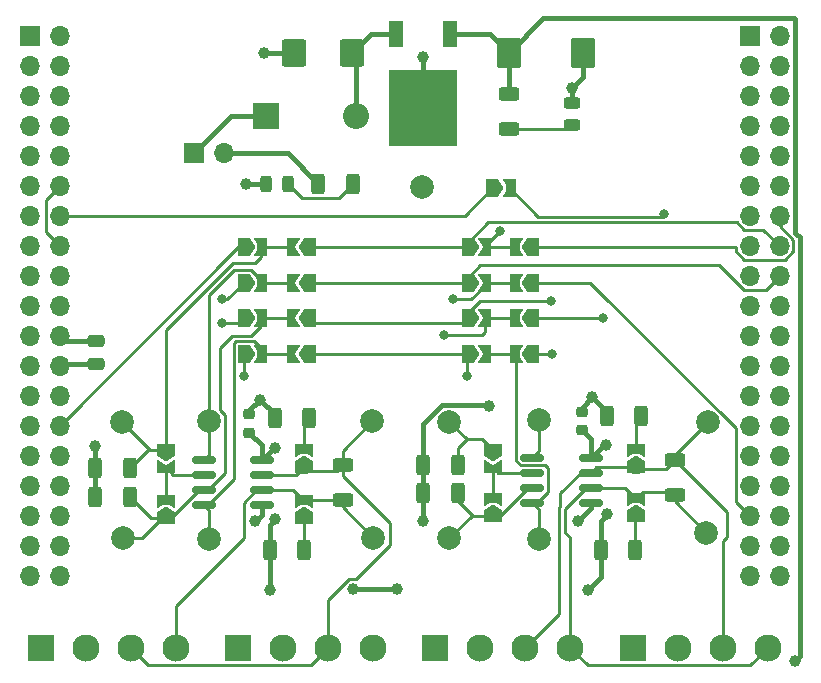
<source format=gtl>
%TF.GenerationSoftware,KiCad,Pcbnew,6.0.11-2627ca5db0~126~ubuntu22.04.1*%
%TF.CreationDate,2023-09-22T10:59:18+02:00*%
%TF.ProjectId,nucleo_f302r8_extension,6e75636c-656f-45f6-9633-303272385f65,0.1*%
%TF.SameCoordinates,Original*%
%TF.FileFunction,Copper,L1,Top*%
%TF.FilePolarity,Positive*%
%FSLAX46Y46*%
G04 Gerber Fmt 4.6, Leading zero omitted, Abs format (unit mm)*
G04 Created by KiCad (PCBNEW 6.0.11-2627ca5db0~126~ubuntu22.04.1) date 2023-09-22 10:59:18*
%MOMM*%
%LPD*%
G01*
G04 APERTURE LIST*
G04 Aperture macros list*
%AMRoundRect*
0 Rectangle with rounded corners*
0 $1 Rounding radius*
0 $2 $3 $4 $5 $6 $7 $8 $9 X,Y pos of 4 corners*
0 Add a 4 corners polygon primitive as box body*
4,1,4,$2,$3,$4,$5,$6,$7,$8,$9,$2,$3,0*
0 Add four circle primitives for the rounded corners*
1,1,$1+$1,$2,$3*
1,1,$1+$1,$4,$5*
1,1,$1+$1,$6,$7*
1,1,$1+$1,$8,$9*
0 Add four rect primitives between the rounded corners*
20,1,$1+$1,$2,$3,$4,$5,0*
20,1,$1+$1,$4,$5,$6,$7,0*
20,1,$1+$1,$6,$7,$8,$9,0*
20,1,$1+$1,$8,$9,$2,$3,0*%
%AMFreePoly0*
4,1,6,1.000000,0.000000,0.500000,-0.750000,-0.500000,-0.750000,-0.500000,0.750000,0.500000,0.750000,1.000000,0.000000,1.000000,0.000000,$1*%
%AMFreePoly1*
4,1,6,0.500000,-0.750000,-0.650000,-0.750000,-0.150000,0.000000,-0.650000,0.750000,0.500000,0.750000,0.500000,-0.750000,0.500000,-0.750000,$1*%
G04 Aperture macros list end*
%TA.AperFunction,ComponentPad*%
%ADD10R,1.700000X1.700000*%
%TD*%
%TA.AperFunction,ComponentPad*%
%ADD11O,1.700000X1.700000*%
%TD*%
%TA.AperFunction,ComponentPad*%
%ADD12R,1.524000X1.524000*%
%TD*%
%TA.AperFunction,ComponentPad*%
%ADD13C,1.524000*%
%TD*%
%TA.AperFunction,SMDPad,CuDef*%
%ADD14RoundRect,0.200000X0.275000X-0.200000X0.275000X0.200000X-0.275000X0.200000X-0.275000X-0.200000X0*%
%TD*%
%TA.AperFunction,SMDPad,CuDef*%
%ADD15RoundRect,0.200000X-0.200000X-0.275000X0.200000X-0.275000X0.200000X0.275000X-0.200000X0.275000X0*%
%TD*%
%TA.AperFunction,SMDPad,CuDef*%
%ADD16RoundRect,0.200000X0.200000X0.275000X-0.200000X0.275000X-0.200000X-0.275000X0.200000X-0.275000X0*%
%TD*%
%TA.AperFunction,ComponentPad*%
%ADD17C,2.000000*%
%TD*%
%TA.AperFunction,ComponentPad*%
%ADD18R,2.300000X2.300000*%
%TD*%
%TA.AperFunction,ComponentPad*%
%ADD19C,2.300000*%
%TD*%
%TA.AperFunction,SMDPad,CuDef*%
%ADD20RoundRect,0.250000X-0.625000X0.312500X-0.625000X-0.312500X0.625000X-0.312500X0.625000X0.312500X0*%
%TD*%
%TA.AperFunction,SMDPad,CuDef*%
%ADD21RoundRect,0.225000X-0.250000X0.225000X-0.250000X-0.225000X0.250000X-0.225000X0.250000X0.225000X0*%
%TD*%
%TA.AperFunction,SMDPad,CuDef*%
%ADD22FreePoly0,0.000000*%
%TD*%
%TA.AperFunction,SMDPad,CuDef*%
%ADD23FreePoly1,0.000000*%
%TD*%
%TA.AperFunction,SMDPad,CuDef*%
%ADD24RoundRect,0.250000X0.625000X-0.312500X0.625000X0.312500X-0.625000X0.312500X-0.625000X-0.312500X0*%
%TD*%
%TA.AperFunction,SMDPad,CuDef*%
%ADD25FreePoly0,90.000000*%
%TD*%
%TA.AperFunction,SMDPad,CuDef*%
%ADD26FreePoly1,90.000000*%
%TD*%
%TA.AperFunction,SMDPad,CuDef*%
%ADD27RoundRect,0.243750X-0.243750X-0.456250X0.243750X-0.456250X0.243750X0.456250X-0.243750X0.456250X0*%
%TD*%
%TA.AperFunction,SMDPad,CuDef*%
%ADD28RoundRect,0.250000X0.312500X0.625000X-0.312500X0.625000X-0.312500X-0.625000X0.312500X-0.625000X0*%
%TD*%
%TA.AperFunction,SMDPad,CuDef*%
%ADD29R,1.200000X2.200000*%
%TD*%
%TA.AperFunction,SMDPad,CuDef*%
%ADD30R,5.800000X6.400000*%
%TD*%
%TA.AperFunction,SMDPad,CuDef*%
%ADD31RoundRect,0.150000X-0.825000X-0.150000X0.825000X-0.150000X0.825000X0.150000X-0.825000X0.150000X0*%
%TD*%
%TA.AperFunction,SMDPad,CuDef*%
%ADD32FreePoly0,180.000000*%
%TD*%
%TA.AperFunction,SMDPad,CuDef*%
%ADD33FreePoly1,180.000000*%
%TD*%
%TA.AperFunction,SMDPad,CuDef*%
%ADD34RoundRect,0.250000X-0.312500X-0.625000X0.312500X-0.625000X0.312500X0.625000X-0.312500X0.625000X0*%
%TD*%
%TA.AperFunction,SMDPad,CuDef*%
%ADD35RoundRect,0.243750X-0.456250X0.243750X-0.456250X-0.243750X0.456250X-0.243750X0.456250X0.243750X0*%
%TD*%
%TA.AperFunction,SMDPad,CuDef*%
%ADD36FreePoly0,270.000000*%
%TD*%
%TA.AperFunction,SMDPad,CuDef*%
%ADD37FreePoly1,270.000000*%
%TD*%
%TA.AperFunction,SMDPad,CuDef*%
%ADD38RoundRect,0.250000X0.787500X0.925000X-0.787500X0.925000X-0.787500X-0.925000X0.787500X-0.925000X0*%
%TD*%
%TA.AperFunction,SMDPad,CuDef*%
%ADD39RoundRect,0.250000X-0.475000X0.250000X-0.475000X-0.250000X0.475000X-0.250000X0.475000X0.250000X0*%
%TD*%
%TA.AperFunction,SMDPad,CuDef*%
%ADD40RoundRect,0.250000X-0.787500X-1.025000X0.787500X-1.025000X0.787500X1.025000X-0.787500X1.025000X0*%
%TD*%
%TA.AperFunction,ComponentPad*%
%ADD41R,2.200000X2.200000*%
%TD*%
%TA.AperFunction,ComponentPad*%
%ADD42O,2.200000X2.200000*%
%TD*%
%TA.AperFunction,ViaPad*%
%ADD43C,1.000000*%
%TD*%
%TA.AperFunction,ViaPad*%
%ADD44C,0.800000*%
%TD*%
%TA.AperFunction,Conductor*%
%ADD45C,0.400000*%
%TD*%
%TA.AperFunction,Conductor*%
%ADD46C,0.250000*%
%TD*%
G04 APERTURE END LIST*
D10*
%TO.P,J5,1,Pin_1*%
%TO.N,Net-(D1-Pad1)*%
X60900000Y-82200000D03*
D11*
%TO.P,J5,2,Pin_2*%
%TO.N,+12V*%
X63440000Y-82200000D03*
%TD*%
D12*
%TO.P,JP17,1,A*%
%TO.N,Net-(D1-Pad1)*%
X60900000Y-82200000D03*
D13*
%TO.P,JP17,2,B*%
%TO.N,+12V*%
X63440000Y-82200000D03*
%TD*%
D14*
%TO.P,R27,1*%
%TO.N,Slave_B*%
X98300000Y-108925000D03*
%TO.P,R27,2*%
%TO.N,Net-(JP26-Pad2)*%
X98300000Y-107275000D03*
%TD*%
%TO.P,R26,1*%
%TO.N,Net-(JP25-Pad1)*%
X98300000Y-113025000D03*
%TO.P,R26,2*%
%TO.N,Slave_A*%
X98300000Y-111375000D03*
%TD*%
%TO.P,R25,1*%
%TO.N,Master_B*%
X70200000Y-108925000D03*
%TO.P,R25,2*%
%TO.N,Net-(JP24-Pad2)*%
X70200000Y-107275000D03*
%TD*%
%TO.P,R24,1*%
%TO.N,Net-(JP23-Pad1)*%
X70200000Y-113225000D03*
%TO.P,R24,2*%
%TO.N,Master_A*%
X70200000Y-111575000D03*
%TD*%
%TO.P,R23,1*%
%TO.N,Slave_DE*%
X86200000Y-113025000D03*
%TO.P,R23,2*%
%TO.N,Net-(JP21-Pad2)*%
X86200000Y-111375000D03*
%TD*%
%TO.P,R22,1*%
%TO.N,Master_DE*%
X58500000Y-113225000D03*
%TO.P,R22,2*%
%TO.N,Net-(JP20-Pad2)*%
X58500000Y-111575000D03*
%TD*%
D15*
%TO.P,R21,1*%
%TO.N,Net-(J7-Pad14)*%
X86075000Y-85200000D03*
%TO.P,R21,2*%
%TO.N,Net-(J10-Pad19)*%
X87725000Y-85200000D03*
%TD*%
%TO.P,R20,1*%
%TO.N,Slave_RE*%
X88075000Y-90200000D03*
%TO.P,R20,2*%
%TO.N,GPIO_USART1_RE*%
X89725000Y-90200000D03*
%TD*%
%TO.P,R19,1*%
%TO.N,Slave_DE*%
X88075000Y-96200000D03*
%TO.P,R19,2*%
%TO.N,USART1_DE*%
X89725000Y-96200000D03*
%TD*%
%TO.P,R18,1*%
%TO.N,Slave_RO*%
X88075000Y-93200000D03*
%TO.P,R18,2*%
%TO.N,USART1_RX*%
X89725000Y-93200000D03*
%TD*%
%TO.P,R17,1*%
%TO.N,Slave_DI*%
X88075000Y-99200000D03*
%TO.P,R17,2*%
%TO.N,USART1_TX*%
X89725000Y-99200000D03*
%TD*%
D16*
%TO.P,R16,1*%
%TO.N,Master_RE*%
X66675000Y-90200000D03*
%TO.P,R16,2*%
%TO.N,GPIO_USART2_RE*%
X65025000Y-90200000D03*
%TD*%
%TO.P,R15,1*%
%TO.N,Master_DE*%
X66675000Y-96200000D03*
%TO.P,R15,2*%
%TO.N,USART2_DE*%
X65025000Y-96200000D03*
%TD*%
%TO.P,R14,1*%
%TO.N,Master_RO*%
X66675000Y-93200000D03*
%TO.P,R14,2*%
%TO.N,USART2_RX*%
X65025000Y-93200000D03*
%TD*%
%TO.P,R13,1*%
%TO.N,Master_DI*%
X66675000Y-99200000D03*
%TO.P,R13,2*%
%TO.N,USART2_TX*%
X65025000Y-99200000D03*
%TD*%
D17*
%TO.P,TP2,1,1*%
%TO.N,Master_B*%
X76000000Y-104900000D03*
%TD*%
D18*
%TO.P,J1,1,Pin_1*%
%TO.N,GND*%
X47939200Y-124100000D03*
D19*
%TO.P,J1,2,Pin_2*%
%TO.N,VIN*%
X51749200Y-124100000D03*
%TO.P,J1,3,Pin_3*%
%TO.N,Master_B*%
X55559200Y-124100000D03*
%TO.P,J1,4,Pin_4*%
%TO.N,Master_A*%
X59369200Y-124100000D03*
%TD*%
D20*
%TO.P,R2,1*%
%TO.N,Master_B*%
X73500000Y-108637500D03*
%TO.P,R2,2*%
%TO.N,Master_A*%
X73500000Y-111562500D03*
%TD*%
D21*
%TO.P,C2,1*%
%TO.N,GND*%
X93737500Y-104125000D03*
%TO.P,C2,2*%
%TO.N,+5V*%
X93737500Y-105675000D03*
%TD*%
D22*
%TO.P,JP9,1,A*%
%TO.N,USART3_TX*%
X84075000Y-99200000D03*
D23*
%TO.P,JP9,2,B*%
%TO.N,Slave_DI*%
X85525000Y-99200000D03*
%TD*%
D17*
%TO.P,TP9,1,1*%
%TO.N,Slave_DI*%
X90137500Y-114900000D03*
%TD*%
D10*
%TO.P,J10,1,Pin_1*%
%TO.N,unconnected-(J10-Pad1)*%
X107950000Y-72272200D03*
D11*
%TO.P,J10,2,Pin_2*%
%TO.N,unconnected-(J10-Pad2)*%
X110490000Y-72272200D03*
%TO.P,J10,3,Pin_3*%
%TO.N,unconnected-(J10-Pad3)*%
X107950000Y-74812200D03*
%TO.P,J10,4,Pin_4*%
%TO.N,unconnected-(J10-Pad4)*%
X110490000Y-74812200D03*
%TO.P,J10,5,Pin_5*%
%TO.N,unconnected-(J10-Pad5)*%
X107950000Y-77352200D03*
%TO.P,J10,6,Pin_6*%
%TO.N,unconnected-(J10-Pad6)*%
X110490000Y-77352200D03*
%TO.P,J10,7,Pin_7*%
%TO.N,unconnected-(J10-Pad7)*%
X107950000Y-79892200D03*
%TO.P,J10,8,Pin_8*%
%TO.N,unconnected-(J10-Pad8)*%
X110490000Y-79892200D03*
%TO.P,J10,9,Pin_9*%
%TO.N,GND*%
X107950000Y-82432200D03*
%TO.P,J10,10,Pin_10*%
%TO.N,unconnected-(J10-Pad10)*%
X110490000Y-82432200D03*
%TO.P,J10,11,Pin_11*%
%TO.N,unconnected-(J10-Pad11)*%
X107950000Y-84972200D03*
%TO.P,J10,12,Pin_12*%
%TO.N,USART1_DE*%
X110490000Y-84972200D03*
%TO.P,J10,13,Pin_13*%
%TO.N,USART3_DE*%
X107950000Y-87512200D03*
%TO.P,J10,14,Pin_14*%
%TO.N,GPIO_USART1_RE*%
X110490000Y-87512200D03*
%TO.P,J10,15,Pin_15*%
%TO.N,unconnected-(J10-Pad15)*%
X107950000Y-90052200D03*
%TO.P,J10,16,Pin_16*%
%TO.N,GPIO_USART3_RE*%
X110490000Y-90052200D03*
%TO.P,J10,17,Pin_17*%
%TO.N,unconnected-(J10-Pad17)*%
X107950000Y-92592200D03*
%TO.P,J10,18,Pin_18*%
%TO.N,USART3_RX*%
X110490000Y-92592200D03*
%TO.P,J10,19,Pin_19*%
%TO.N,Net-(J10-Pad19)*%
X107950000Y-95132200D03*
%TO.P,J10,20,Pin_20*%
%TO.N,GND*%
X110490000Y-95132200D03*
%TO.P,J10,21,Pin_21*%
%TO.N,USART1_TX*%
X107950000Y-97672200D03*
%TO.P,J10,22,Pin_22*%
%TO.N,unconnected-(J10-Pad22)*%
X110490000Y-97672200D03*
%TO.P,J10,23,Pin_23*%
%TO.N,unconnected-(J10-Pad23)*%
X107950000Y-100212200D03*
%TO.P,J10,24,Pin_24*%
%TO.N,unconnected-(J10-Pad24)*%
X110490000Y-100212200D03*
%TO.P,J10,25,Pin_25*%
%TO.N,USART3_TX*%
X107950000Y-102752200D03*
%TO.P,J10,26,Pin_26*%
%TO.N,unconnected-(J10-Pad26)*%
X110490000Y-102752200D03*
%TO.P,J10,27,Pin_27*%
%TO.N,USART2_RX*%
X107950000Y-105292200D03*
%TO.P,J10,28,Pin_28*%
%TO.N,unconnected-(J10-Pad28)*%
X110490000Y-105292200D03*
%TO.P,J10,29,Pin_29*%
%TO.N,unconnected-(J10-Pad29)*%
X107950000Y-107832200D03*
%TO.P,J10,30,Pin_30*%
%TO.N,unconnected-(J10-Pad30)*%
X110490000Y-107832200D03*
%TO.P,J10,31,Pin_31*%
%TO.N,unconnected-(J10-Pad31)*%
X107950000Y-110372200D03*
%TO.P,J10,32,Pin_32*%
%TO.N,unconnected-(J10-Pad32)*%
X110490000Y-110372200D03*
%TO.P,J10,33,Pin_33*%
%TO.N,USART1_RX*%
X107950000Y-112912200D03*
%TO.P,J10,34,Pin_34*%
%TO.N,unconnected-(J10-Pad34)*%
X110490000Y-112912200D03*
%TO.P,J10,35,Pin_35*%
%TO.N,USART2_TX*%
X107950000Y-115452200D03*
%TO.P,J10,36,Pin_36*%
%TO.N,unconnected-(J10-Pad36)*%
X110490000Y-115452200D03*
%TO.P,J10,37,Pin_37*%
%TO.N,unconnected-(J10-Pad37)*%
X107950000Y-117992200D03*
%TO.P,J10,38,Pin_38*%
%TO.N,unconnected-(J10-Pad38)*%
X110490000Y-117992200D03*
%TD*%
D18*
%TO.P,J2,1,Pin_1*%
%TO.N,GND*%
X64639200Y-124100000D03*
D19*
%TO.P,J2,2,Pin_2*%
%TO.N,VIN*%
X68449200Y-124100000D03*
%TO.P,J2,3,Pin_3*%
%TO.N,Master_B*%
X72259200Y-124100000D03*
%TO.P,J2,4,Pin_4*%
%TO.N,Master_A*%
X76069200Y-124100000D03*
%TD*%
D24*
%TO.P,R7,1*%
%TO.N,Net-(LED1-Pad2)*%
X87600000Y-80162500D03*
%TO.P,R7,2*%
%TO.N,VIN*%
X87600000Y-77237500D03*
%TD*%
D25*
%TO.P,JP20,1,A*%
%TO.N,Master_DE*%
X58500000Y-113125000D03*
D26*
%TO.P,JP20,2,B*%
%TO.N,Net-(JP20-Pad2)*%
X58500000Y-111675000D03*
%TD*%
D17*
%TO.P,TP13,1,1*%
%TO.N,GND*%
X80200000Y-85100000D03*
%TD*%
D27*
%TO.P,LED2,1,K*%
%TO.N,GND*%
X66962500Y-84800000D03*
%TO.P,LED2,2,A*%
%TO.N,Net-(LED2-Pad2)*%
X68837500Y-84800000D03*
%TD*%
D22*
%TO.P,JP4,1,A*%
%TO.N,GPIO_USART2_RE*%
X65125000Y-90200000D03*
D23*
%TO.P,JP4,2,B*%
%TO.N,Master_RE*%
X66575000Y-90200000D03*
%TD*%
D28*
%TO.P,R9,1*%
%TO.N,Master_RE*%
X55462500Y-108900000D03*
%TO.P,R9,2*%
%TO.N,GND*%
X52537500Y-108900000D03*
%TD*%
D29*
%TO.P,U3,3,OUT*%
%TO.N,Net-(C5-Pad1)*%
X78020000Y-72100000D03*
D30*
%TO.P,U3,2,GND*%
%TO.N,GND*%
X80300000Y-78400000D03*
D29*
%TO.P,U3,1,IN*%
%TO.N,VIN*%
X82580000Y-72100000D03*
%TD*%
D28*
%TO.P,R3,1*%
%TO.N,Net-(JP23-Pad1)*%
X70262500Y-115800000D03*
%TO.P,R3,2*%
%TO.N,+5V*%
X67337500Y-115800000D03*
%TD*%
D18*
%TO.P,J3,1,Pin_1*%
%TO.N,GND*%
X81339200Y-124100000D03*
D19*
%TO.P,J3,2,Pin_2*%
%TO.N,VIN*%
X85149200Y-124100000D03*
%TO.P,J3,3,Pin_3*%
%TO.N,Slave_B*%
X88959200Y-124100000D03*
%TO.P,J3,4,Pin_4*%
%TO.N,Slave_A*%
X92769200Y-124100000D03*
%TD*%
D22*
%TO.P,JP3,1,A*%
%TO.N,USART2_DE*%
X65125000Y-96200000D03*
D23*
%TO.P,JP3,2,B*%
%TO.N,Master_DE*%
X66575000Y-96200000D03*
%TD*%
D31*
%TO.P,U2,1,RO*%
%TO.N,Slave_RO*%
X89562500Y-107995000D03*
%TO.P,U2,2,~{RE}*%
%TO.N,Net-(JP21-Pad2)*%
X89562500Y-109265000D03*
%TO.P,U2,3,DE*%
%TO.N,Slave_DE*%
X89562500Y-110535000D03*
%TO.P,U2,4,DI*%
%TO.N,Slave_DI*%
X89562500Y-111805000D03*
%TO.P,U2,5,GND*%
%TO.N,GND*%
X94512500Y-111805000D03*
%TO.P,U2,6,A*%
%TO.N,Slave_A*%
X94512500Y-110535000D03*
%TO.P,U2,7,B*%
%TO.N,Slave_B*%
X94512500Y-109265000D03*
%TO.P,U2,8,VCC*%
%TO.N,+5V*%
X94512500Y-107995000D03*
%TD*%
D32*
%TO.P,JP6,1,A*%
%TO.N,USART3_RX*%
X70725000Y-93200000D03*
D33*
%TO.P,JP6,2,B*%
%TO.N,Master_RO*%
X69275000Y-93200000D03*
%TD*%
D22*
%TO.P,JP11,1,A*%
%TO.N,USART3_DE*%
X84075000Y-96200000D03*
D23*
%TO.P,JP11,2,B*%
%TO.N,Slave_DE*%
X85525000Y-96200000D03*
%TD*%
D25*
%TO.P,JP25,1,A*%
%TO.N,Net-(JP25-Pad1)*%
X98300000Y-112925000D03*
D26*
%TO.P,JP25,2,B*%
%TO.N,Slave_A*%
X98300000Y-111475000D03*
%TD*%
D34*
%TO.P,R1,1*%
%TO.N,GND*%
X67737500Y-104600000D03*
%TO.P,R1,2*%
%TO.N,Net-(JP24-Pad2)*%
X70662500Y-104600000D03*
%TD*%
D25*
%TO.P,JP23,1,A*%
%TO.N,Net-(JP23-Pad1)*%
X70200000Y-113125000D03*
D26*
%TO.P,JP23,2,B*%
%TO.N,Master_A*%
X70200000Y-111675000D03*
%TD*%
D25*
%TO.P,JP24,1,A*%
%TO.N,Master_B*%
X70200000Y-108825000D03*
D26*
%TO.P,JP24,2,B*%
%TO.N,Net-(JP24-Pad2)*%
X70200000Y-107375000D03*
%TD*%
D32*
%TO.P,JP16,1,A*%
%TO.N,GPIO_USART1_RE*%
X89625000Y-90200000D03*
D33*
%TO.P,JP16,2,B*%
%TO.N,Slave_RE*%
X88175000Y-90200000D03*
%TD*%
D35*
%TO.P,LED1,1,K*%
%TO.N,GND*%
X92900000Y-77962500D03*
%TO.P,LED1,2,A*%
%TO.N,Net-(LED1-Pad2)*%
X92900000Y-79837500D03*
%TD*%
D25*
%TO.P,JP22,1,A*%
%TO.N,Slave_DE*%
X86200000Y-112925000D03*
D26*
%TO.P,JP22,2,B*%
%TO.N,Net-(JP21-Pad2)*%
X86200000Y-111475000D03*
%TD*%
D32*
%TO.P,JP8,1,A*%
%TO.N,GPIO_USART3_RE*%
X70725000Y-90200000D03*
D33*
%TO.P,JP8,2,B*%
%TO.N,Master_RE*%
X69275000Y-90200000D03*
%TD*%
D20*
%TO.P,R5,1*%
%TO.N,Slave_B*%
X101600000Y-108237500D03*
%TO.P,R5,2*%
%TO.N,Slave_A*%
X101600000Y-111162500D03*
%TD*%
D28*
%TO.P,R10,1*%
%TO.N,Master_DE*%
X55462500Y-111300000D03*
%TO.P,R10,2*%
%TO.N,GND*%
X52537500Y-111300000D03*
%TD*%
D17*
%TO.P,TP7,1,1*%
%TO.N,Slave_A*%
X104300000Y-114400000D03*
%TD*%
D32*
%TO.P,JP15,1,A*%
%TO.N,USART1_DE*%
X89625000Y-96200000D03*
D33*
%TO.P,JP15,2,B*%
%TO.N,Slave_DE*%
X88175000Y-96200000D03*
%TD*%
D32*
%TO.P,JP7,1,A*%
%TO.N,USART3_DE*%
X70725000Y-96200000D03*
D33*
%TO.P,JP7,2,B*%
%TO.N,Master_DE*%
X69275000Y-96200000D03*
%TD*%
D36*
%TO.P,JP21,1,A*%
%TO.N,Slave_RE*%
X86200000Y-107375000D03*
D37*
%TO.P,JP21,2,B*%
%TO.N,Net-(JP21-Pad2)*%
X86200000Y-108825000D03*
%TD*%
D10*
%TO.P,J7,1,Pin_1*%
%TO.N,unconnected-(J7-Pad1)*%
X46990000Y-72272200D03*
D11*
%TO.P,J7,2,Pin_2*%
%TO.N,unconnected-(J7-Pad2)*%
X49530000Y-72272200D03*
%TO.P,J7,3,Pin_3*%
%TO.N,unconnected-(J7-Pad3)*%
X46990000Y-74812200D03*
%TO.P,J7,4,Pin_4*%
%TO.N,unconnected-(J7-Pad4)*%
X49530000Y-74812200D03*
%TO.P,J7,5,Pin_5*%
%TO.N,unconnected-(J7-Pad5)*%
X46990000Y-77352200D03*
%TO.P,J7,6,Pin_6*%
%TO.N,unconnected-(J7-Pad6)*%
X49530000Y-77352200D03*
%TO.P,J7,7,Pin_7*%
%TO.N,unconnected-(J7-Pad7)*%
X46990000Y-79892200D03*
%TO.P,J7,8,Pin_8*%
%TO.N,GND*%
X49530000Y-79892200D03*
%TO.P,J7,9,Pin_9*%
%TO.N,unconnected-(J7-Pad9)*%
X46990000Y-82432200D03*
%TO.P,J7,10,Pin_10*%
%TO.N,unconnected-(J7-Pad10)*%
X49530000Y-82432200D03*
%TO.P,J7,11,Pin_11*%
%TO.N,unconnected-(J7-Pad11)*%
X46990000Y-84972200D03*
%TO.P,J7,12,Pin_12*%
%TO.N,+3.3V*%
X49530000Y-84972200D03*
%TO.P,J7,13,Pin_13*%
%TO.N,unconnected-(J7-Pad13)*%
X46990000Y-87512200D03*
%TO.P,J7,14,Pin_14*%
%TO.N,Net-(J7-Pad14)*%
X49530000Y-87512200D03*
%TO.P,J7,15,Pin_15*%
%TO.N,unconnected-(J7-Pad15)*%
X46990000Y-90052200D03*
%TO.P,J7,16,Pin_16*%
%TO.N,+3.3V*%
X49530000Y-90052200D03*
%TO.P,J7,17,Pin_17*%
%TO.N,unconnected-(J7-Pad17)*%
X46990000Y-92592200D03*
%TO.P,J7,18,Pin_18*%
%TO.N,+5V*%
X49530000Y-92592200D03*
%TO.P,J7,19,Pin_19*%
%TO.N,GND*%
X46990000Y-95132200D03*
%TO.P,J7,20,Pin_20*%
X49530000Y-95132200D03*
%TO.P,J7,21,Pin_21*%
%TO.N,unconnected-(J7-Pad21)*%
X46990000Y-97672200D03*
%TO.P,J7,22,Pin_22*%
%TO.N,GND*%
X49530000Y-97672200D03*
%TO.P,J7,23,Pin_23*%
%TO.N,unconnected-(J7-Pad23)*%
X46990000Y-100212200D03*
%TO.P,J7,24,Pin_24*%
%TO.N,+12V*%
X49530000Y-100212200D03*
%TO.P,J7,25,Pin_25*%
%TO.N,unconnected-(J7-Pad25)*%
X46990000Y-102752200D03*
%TO.P,J7,26,Pin_26*%
%TO.N,unconnected-(J7-Pad26)*%
X49530000Y-102752200D03*
%TO.P,J7,27,Pin_27*%
%TO.N,unconnected-(J7-Pad27)*%
X46990000Y-105292200D03*
%TO.P,J7,28,Pin_28*%
%TO.N,GPIO_USART2_RE*%
X49530000Y-105292200D03*
%TO.P,J7,29,Pin_29*%
%TO.N,unconnected-(J7-Pad29)*%
X46990000Y-107832200D03*
%TO.P,J7,30,Pin_30*%
%TO.N,USART2_DE*%
X49530000Y-107832200D03*
%TO.P,J7,31,Pin_31*%
%TO.N,unconnected-(J7-Pad31)*%
X46990000Y-110372200D03*
%TO.P,J7,32,Pin_32*%
%TO.N,unconnected-(J7-Pad32)*%
X49530000Y-110372200D03*
%TO.P,J7,33,Pin_33*%
%TO.N,unconnected-(J7-Pad33)*%
X46990000Y-112912200D03*
%TO.P,J7,34,Pin_34*%
%TO.N,unconnected-(J7-Pad34)*%
X49530000Y-112912200D03*
%TO.P,J7,35,Pin_35*%
%TO.N,unconnected-(J7-Pad35)*%
X46990000Y-115452200D03*
%TO.P,J7,36,Pin_36*%
%TO.N,unconnected-(J7-Pad36)*%
X49530000Y-115452200D03*
%TO.P,J7,37,Pin_37*%
%TO.N,unconnected-(J7-Pad37)*%
X46990000Y-117992200D03*
%TO.P,J7,38,Pin_38*%
%TO.N,unconnected-(J7-Pad38)*%
X49530000Y-117992200D03*
%TD*%
D17*
%TO.P,TP4,1,1*%
%TO.N,Master_RO*%
X62200000Y-104900000D03*
%TD*%
D22*
%TO.P,JP12,1,A*%
%TO.N,GPIO_USART3_RE*%
X84075000Y-90200000D03*
D23*
%TO.P,JP12,2,B*%
%TO.N,Slave_RE*%
X85525000Y-90200000D03*
%TD*%
D38*
%TO.P,C5,1*%
%TO.N,Net-(C5-Pad1)*%
X74262500Y-73700000D03*
%TO.P,C5,2*%
%TO.N,GND*%
X69337500Y-73700000D03*
%TD*%
D17*
%TO.P,TP5,1,1*%
%TO.N,Master_DE*%
X54900000Y-114800000D03*
%TD*%
D34*
%TO.P,R4,1*%
%TO.N,GND*%
X95837500Y-104500000D03*
%TO.P,R4,2*%
%TO.N,Net-(JP26-Pad2)*%
X98762500Y-104500000D03*
%TD*%
D32*
%TO.P,JP13,1,A*%
%TO.N,USART1_TX*%
X89625000Y-99200000D03*
D33*
%TO.P,JP13,2,B*%
%TO.N,Slave_DI*%
X88175000Y-99200000D03*
%TD*%
D39*
%TO.P,C3,1*%
%TO.N,GND*%
X52600000Y-98150000D03*
%TO.P,C3,2*%
%TO.N,+12V*%
X52600000Y-100050000D03*
%TD*%
D22*
%TO.P,JP2,1,A*%
%TO.N,USART2_RX*%
X65125000Y-93200000D03*
D23*
%TO.P,JP2,2,B*%
%TO.N,Master_RO*%
X66575000Y-93200000D03*
%TD*%
D17*
%TO.P,TP1,1,1*%
%TO.N,Master_A*%
X76100000Y-114800000D03*
%TD*%
D28*
%TO.P,R8,1*%
%TO.N,Net-(LED2-Pad2)*%
X74362500Y-84800000D03*
%TO.P,R8,2*%
%TO.N,+12V*%
X71437500Y-84800000D03*
%TD*%
D36*
%TO.P,JP19,1,A*%
%TO.N,Master_RE*%
X58500000Y-107375000D03*
D37*
%TO.P,JP19,2,B*%
%TO.N,Net-(JP20-Pad2)*%
X58500000Y-108825000D03*
%TD*%
D32*
%TO.P,JP5,1,A*%
%TO.N,USART3_TX*%
X70725000Y-99200000D03*
D33*
%TO.P,JP5,2,B*%
%TO.N,Master_DI*%
X69275000Y-99200000D03*
%TD*%
D22*
%TO.P,JP1,1,A*%
%TO.N,USART2_TX*%
X65125000Y-99200000D03*
D23*
%TO.P,JP1,2,B*%
%TO.N,Master_DI*%
X66575000Y-99200000D03*
%TD*%
D17*
%TO.P,TP10,1,1*%
%TO.N,Slave_RO*%
X90137500Y-104850000D03*
%TD*%
D28*
%TO.P,R11,1*%
%TO.N,Slave_RE*%
X83262500Y-108600000D03*
%TO.P,R11,2*%
%TO.N,GND*%
X80337500Y-108600000D03*
%TD*%
D17*
%TO.P,TP3,1,1*%
%TO.N,Master_DI*%
X62200000Y-114900000D03*
%TD*%
D40*
%TO.P,C4,1*%
%TO.N,VIN*%
X87587500Y-73700000D03*
%TO.P,C4,2*%
%TO.N,GND*%
X93812500Y-73700000D03*
%TD*%
D28*
%TO.P,R6,1*%
%TO.N,Net-(JP25-Pad1)*%
X98262500Y-115800000D03*
%TO.P,R6,2*%
%TO.N,+5V*%
X95337500Y-115800000D03*
%TD*%
D22*
%TO.P,JP10,1,A*%
%TO.N,USART3_RX*%
X84075000Y-93200000D03*
D23*
%TO.P,JP10,2,B*%
%TO.N,Slave_RO*%
X85525000Y-93200000D03*
%TD*%
D31*
%TO.P,U1,1,RO*%
%TO.N,Master_RO*%
X61725000Y-108195000D03*
%TO.P,U1,2,~{RE}*%
%TO.N,Net-(JP20-Pad2)*%
X61725000Y-109465000D03*
%TO.P,U1,3,DE*%
%TO.N,Master_DE*%
X61725000Y-110735000D03*
%TO.P,U1,4,DI*%
%TO.N,Master_DI*%
X61725000Y-112005000D03*
%TO.P,U1,5,GND*%
%TO.N,GND*%
X66675000Y-112005000D03*
%TO.P,U1,6,A*%
%TO.N,Master_A*%
X66675000Y-110735000D03*
%TO.P,U1,7,B*%
%TO.N,Master_B*%
X66675000Y-109465000D03*
%TO.P,U1,8,VCC*%
%TO.N,+5V*%
X66675000Y-108195000D03*
%TD*%
D17*
%TO.P,TP11,1,1*%
%TO.N,Slave_DE*%
X82537500Y-114800000D03*
%TD*%
D26*
%TO.P,JP26,2,B*%
%TO.N,Net-(JP26-Pad2)*%
X98300000Y-107375000D03*
D25*
%TO.P,JP26,1,A*%
%TO.N,Slave_B*%
X98300000Y-108825000D03*
%TD*%
D17*
%TO.P,TP8,1,1*%
%TO.N,Slave_B*%
X104400000Y-105000000D03*
%TD*%
D18*
%TO.P,J4,1,Pin_1*%
%TO.N,GND*%
X98039200Y-124100000D03*
D19*
%TO.P,J4,2,Pin_2*%
%TO.N,VIN*%
X101849200Y-124100000D03*
%TO.P,J4,3,Pin_3*%
%TO.N,Slave_B*%
X105659200Y-124100000D03*
%TO.P,J4,4,Pin_4*%
%TO.N,Slave_A*%
X109469200Y-124100000D03*
%TD*%
D28*
%TO.P,R12,1*%
%TO.N,Slave_DE*%
X83262500Y-111000000D03*
%TO.P,R12,2*%
%TO.N,GND*%
X80337500Y-111000000D03*
%TD*%
D17*
%TO.P,TP12,1,1*%
%TO.N,Slave_RE*%
X82500000Y-104950000D03*
%TD*%
D22*
%TO.P,JP18,1,A*%
%TO.N,Net-(J7-Pad14)*%
X86175000Y-85200000D03*
D23*
%TO.P,JP18,2,B*%
%TO.N,Net-(J10-Pad19)*%
X87625000Y-85200000D03*
%TD*%
D17*
%TO.P,TP6,1,1*%
%TO.N,Master_RE*%
X54800000Y-105000000D03*
%TD*%
D21*
%TO.P,C1,1*%
%TO.N,GND*%
X65600000Y-104325000D03*
%TO.P,C1,2*%
%TO.N,+5V*%
X65600000Y-105875000D03*
%TD*%
D32*
%TO.P,JP14,1,A*%
%TO.N,USART1_RX*%
X89625000Y-93200000D03*
D33*
%TO.P,JP14,2,B*%
%TO.N,Slave_RO*%
X88175000Y-93200000D03*
%TD*%
D41*
%TO.P,D1,1,K*%
%TO.N,Net-(D1-Pad1)*%
X66990000Y-79100000D03*
D42*
%TO.P,D1,2,A*%
%TO.N,Net-(C5-Pad1)*%
X74610000Y-79100000D03*
%TD*%
D43*
%TO.N,GND*%
X66800000Y-73700000D03*
X94600000Y-102900000D03*
X52500000Y-107000000D03*
X85900000Y-103600000D03*
X65300000Y-84800000D03*
X66500000Y-103100000D03*
X92900000Y-76700000D03*
X93400000Y-113400000D03*
X80300000Y-74100000D03*
X66100000Y-113400000D03*
X80327495Y-113393515D03*
%TO.N,+5V*%
X67357800Y-119242200D03*
X67800000Y-107200000D03*
X95800000Y-106900000D03*
X74400000Y-119100000D03*
X78100000Y-119100000D03*
X94300000Y-119200000D03*
X95900000Y-112800000D03*
X67800000Y-113200000D03*
%TO.N,VIN*%
X111800000Y-125200000D03*
D44*
%TO.N,Slave_RE*%
X86800000Y-88800000D03*
%TO.N,Slave_DE*%
X82075500Y-97600000D03*
%TO.N,Slave_RO*%
X82800000Y-94600000D03*
%TO.N,Net-(J10-Pad19)*%
X100700000Y-87351000D03*
%TO.N,USART2_DE*%
X63300000Y-96600000D03*
%TO.N,USART1_DE*%
X95500001Y-96200001D03*
%TO.N,USART1_TX*%
X91200000Y-99200000D03*
%TO.N,USART3_DE*%
X91100000Y-94700000D03*
%TO.N,USART3_TX*%
X84000000Y-101100000D03*
%TO.N,USART2_TX*%
X65100000Y-101100000D03*
%TO.N,USART2_RX*%
X63300000Y-94600000D03*
%TD*%
D45*
%TO.N,GND*%
X85850000Y-103550000D02*
X85900000Y-103600000D01*
X94512500Y-112287500D02*
X93400000Y-113400000D01*
X65600000Y-104000000D02*
X66500000Y-103100000D01*
X66675000Y-112005000D02*
X66675000Y-112825000D01*
X80337500Y-113383510D02*
X80327495Y-113393515D01*
X52537500Y-108900000D02*
X52537500Y-107037500D01*
X67737500Y-104337500D02*
X66500000Y-103100000D01*
X94512500Y-111805000D02*
X94512500Y-112287500D01*
X66962500Y-84800000D02*
X65300000Y-84800000D01*
X92900000Y-76700000D02*
X92900000Y-77962500D01*
X80337500Y-111000000D02*
X80337500Y-108600000D01*
X81920101Y-103550000D02*
X85850000Y-103550000D01*
X52537500Y-111300000D02*
X52537500Y-108900000D01*
X80337500Y-108600000D02*
X80337500Y-105132601D01*
X93737500Y-103762500D02*
X94600000Y-102900000D01*
X69337500Y-73700000D02*
X66800000Y-73700000D01*
X80337500Y-105132601D02*
X81920101Y-103550000D01*
X66675000Y-112825000D02*
X66100000Y-113400000D01*
X95837500Y-104500000D02*
X95837500Y-104137500D01*
X93812500Y-73700000D02*
X93812500Y-75787500D01*
X65600000Y-104325000D02*
X65600000Y-104000000D01*
X80337500Y-111000000D02*
X80337500Y-113383510D01*
X93812500Y-75787500D02*
X92900000Y-76700000D01*
X50007800Y-98150000D02*
X49530000Y-97672200D01*
X52537500Y-107037500D02*
X52500000Y-107000000D01*
X67737500Y-104600000D02*
X67737500Y-104337500D01*
X52600000Y-98150000D02*
X50007800Y-98150000D01*
X95837500Y-104137500D02*
X94600000Y-102900000D01*
X93737500Y-104125000D02*
X93737500Y-103762500D01*
X80300000Y-78400000D02*
X80300000Y-74100000D01*
%TO.N,+5V*%
X95337500Y-115800000D02*
X95337500Y-113362500D01*
X95337500Y-113362500D02*
X95900000Y-112800000D01*
X95375000Y-118125000D02*
X94300000Y-119200000D01*
X67670000Y-107200000D02*
X66675000Y-108195000D01*
X95337500Y-115800000D02*
X95375000Y-115837500D01*
X67337500Y-119221900D02*
X67357800Y-119242200D01*
X94512500Y-106450000D02*
X93737500Y-105675000D01*
X67337500Y-113662500D02*
X67800000Y-113200000D01*
X66675000Y-108195000D02*
X66675000Y-106950000D01*
X95607500Y-106900000D02*
X94512500Y-107995000D01*
X67800000Y-107200000D02*
X67670000Y-107200000D01*
X78100000Y-119100000D02*
X74400000Y-119100000D01*
X66675000Y-106950000D02*
X65600000Y-105875000D01*
X67337500Y-115800000D02*
X67337500Y-119221900D01*
X94512500Y-107995000D02*
X94512500Y-106450000D01*
X95375000Y-115837500D02*
X95375000Y-118125000D01*
X67337500Y-115800000D02*
X67337500Y-113662500D01*
X95800000Y-106900000D02*
X95607500Y-106900000D01*
%TO.N,+12V*%
X68837500Y-82200000D02*
X63440000Y-82200000D01*
X71437500Y-84800000D02*
X68837500Y-82200000D01*
X52600000Y-100050000D02*
X49692200Y-100050000D01*
X49692200Y-100050000D02*
X49530000Y-100212200D01*
%TO.N,VIN*%
X111800000Y-70900000D02*
X111800000Y-88958743D01*
X111700000Y-70800000D02*
X111800000Y-70900000D01*
X112189501Y-89348244D02*
X112189500Y-124810500D01*
X87600000Y-77237500D02*
X87600000Y-73712500D01*
X82580000Y-72100000D02*
X85987500Y-72100000D01*
X85987500Y-72100000D02*
X87587500Y-73700000D01*
X112189500Y-124810500D02*
X111800000Y-125200000D01*
X87587500Y-73700000D02*
X90487500Y-70800000D01*
X87600000Y-73712500D02*
X87587500Y-73700000D01*
X111800000Y-88958743D02*
X112189501Y-89348244D01*
X90487500Y-70800000D02*
X111700000Y-70800000D01*
%TO.N,Net-(C5-Pad1)*%
X74610000Y-74047500D02*
X74262500Y-73700000D01*
X75862500Y-72100000D02*
X78020000Y-72100000D01*
X74262500Y-73700000D02*
X75862500Y-72100000D01*
X74610000Y-79100000D02*
X74610000Y-74047500D01*
D46*
%TO.N,Master_B*%
X55559200Y-124100000D02*
X57034200Y-125575000D01*
X69560000Y-109465000D02*
X70200000Y-108825000D01*
X70784200Y-125575000D02*
X72259200Y-124100000D01*
X72259200Y-124100000D02*
X72259200Y-120074780D01*
X77475500Y-113513000D02*
X73500000Y-109537500D01*
X73012500Y-109125000D02*
X73500000Y-108637500D01*
X57034200Y-125575000D02*
X70784200Y-125575000D01*
X73500000Y-109537500D02*
X73500000Y-108637500D01*
X77475500Y-115382744D02*
X77475500Y-113513000D01*
X72259200Y-120074780D02*
X74058480Y-118275500D01*
X70200000Y-108825000D02*
X70500000Y-109125000D01*
X73500000Y-108637500D02*
X73500000Y-107400000D01*
X70500000Y-109125000D02*
X73012500Y-109125000D01*
X66675000Y-109465000D02*
X69560000Y-109465000D01*
X73500000Y-107400000D02*
X76000000Y-104900000D01*
X74058480Y-118275500D02*
X74582744Y-118275500D01*
X74582744Y-118275500D02*
X77475500Y-115382744D01*
%TO.N,Master_A*%
X66675000Y-110735000D02*
X69260000Y-110735000D01*
X66165000Y-110735000D02*
X66675000Y-110735000D01*
X73462500Y-111600000D02*
X73500000Y-111562500D01*
X65100000Y-114800000D02*
X65100000Y-111800000D01*
X65100000Y-111800000D02*
X66165000Y-110735000D01*
X70200000Y-111675000D02*
X70275000Y-111600000D01*
X59369200Y-120530800D02*
X65100000Y-114800000D01*
X69260000Y-110735000D02*
X70200000Y-111675000D01*
X73500000Y-111562500D02*
X73500000Y-112200000D01*
X59369200Y-124100000D02*
X59369200Y-120530800D01*
X73500000Y-112200000D02*
X76100000Y-114800000D01*
X70275000Y-111600000D02*
X73462500Y-111600000D01*
%TO.N,Slave_B*%
X101600000Y-108237500D02*
X101600000Y-107800000D01*
X105659200Y-115040800D02*
X106000000Y-114700000D01*
X91850499Y-121208701D02*
X91850499Y-112184560D01*
X94952500Y-108825000D02*
X94512500Y-109265000D01*
X88959200Y-124100000D02*
X91850499Y-121208701D01*
X101637500Y-108237500D02*
X101600000Y-108237500D01*
X105659200Y-124100000D02*
X105659200Y-115040800D01*
X91900000Y-111000000D02*
X93635000Y-109265000D01*
X93635000Y-109265000D02*
X94512500Y-109265000D01*
X98300000Y-108825000D02*
X94952500Y-108825000D01*
X98300000Y-108825000D02*
X98400000Y-108925000D01*
X101600000Y-107800000D02*
X104400000Y-105000000D01*
X106000000Y-114700000D02*
X106000000Y-112600000D01*
X98400000Y-108925000D02*
X100912500Y-108925000D01*
X100912500Y-108925000D02*
X101600000Y-108237500D01*
X106000000Y-112600000D02*
X101637500Y-108237500D01*
X91900000Y-112135059D02*
X91900000Y-111000000D01*
X91850499Y-112184560D02*
X91900000Y-112135059D01*
%TO.N,Slave_A*%
X101312500Y-110875000D02*
X101600000Y-111162500D01*
X101600000Y-111700000D02*
X104300000Y-114400000D01*
X107994200Y-125575000D02*
X109469200Y-124100000D01*
X94512500Y-110535000D02*
X97360000Y-110535000D01*
X94135749Y-110535000D02*
X92300000Y-112370749D01*
X92300000Y-114300000D02*
X92769200Y-114769200D01*
X94244200Y-125575000D02*
X107994200Y-125575000D01*
X101600000Y-111162500D02*
X101600000Y-111700000D01*
X97360000Y-110535000D02*
X98300000Y-111475000D01*
X98300000Y-111475000D02*
X98900000Y-110875000D01*
X92300000Y-112370749D02*
X92300000Y-114300000D01*
X92769200Y-124100000D02*
X94244200Y-125575000D01*
X98900000Y-110875000D02*
X101312500Y-110875000D01*
X92769200Y-114769200D02*
X92769200Y-124100000D01*
X94512500Y-110535000D02*
X94135749Y-110535000D01*
%TO.N,Master_DI*%
X66575000Y-99200000D02*
X69275000Y-99200000D01*
X66575000Y-98675000D02*
X66575000Y-99200000D01*
X61725000Y-112005000D02*
X62101751Y-112005000D01*
X64300000Y-109806751D02*
X64300000Y-98300000D01*
X64475000Y-98125000D02*
X66025000Y-98125000D01*
X62101751Y-112005000D02*
X64300000Y-109806751D01*
X61725000Y-112005000D02*
X62200000Y-112480000D01*
X62200000Y-112480000D02*
X62200000Y-114900000D01*
X64300000Y-98300000D02*
X64475000Y-98125000D01*
X66025000Y-98125000D02*
X66575000Y-98675000D01*
%TO.N,Slave_RE*%
X85525000Y-90075000D02*
X86800000Y-88800000D01*
X83262500Y-107187500D02*
X84000000Y-106450000D01*
X84000000Y-106450000D02*
X82500000Y-104950000D01*
X85275000Y-106450000D02*
X84000000Y-106450000D01*
X88175000Y-90200000D02*
X85525000Y-90200000D01*
X83262500Y-108600000D02*
X83262500Y-107187500D01*
X85525000Y-90200000D02*
X85525000Y-90075000D01*
X86200000Y-107375000D02*
X85275000Y-106450000D01*
%TO.N,Slave_DI*%
X89562500Y-111805000D02*
X89939251Y-111805000D01*
X90137500Y-114900000D02*
X90137500Y-112380000D01*
X88175000Y-108254251D02*
X88175000Y-99200000D01*
X90862500Y-108858956D02*
X90643544Y-108640000D01*
X90137500Y-112380000D02*
X89562500Y-111805000D01*
X90643544Y-108640000D02*
X88560749Y-108640000D01*
X88560749Y-108640000D02*
X88175000Y-108254251D01*
X90862500Y-110881751D02*
X90862500Y-108858956D01*
X85525000Y-99200000D02*
X88175000Y-99200000D01*
X89939251Y-111805000D02*
X90862500Y-110881751D01*
%TO.N,Slave_DE*%
X84525000Y-112925000D02*
X86200000Y-112925000D01*
X85525000Y-96200000D02*
X88175000Y-96200000D01*
X84412500Y-112925000D02*
X86200000Y-112925000D01*
X86200000Y-112925000D02*
X86795749Y-112925000D01*
X85525000Y-96200000D02*
X85525000Y-97359620D01*
X83262500Y-111662500D02*
X84525000Y-112925000D01*
X86795749Y-112925000D02*
X89185749Y-110535000D01*
X85525000Y-97359620D02*
X85284620Y-97600000D01*
X89185749Y-110535000D02*
X89562500Y-110535000D01*
X82537500Y-114800000D02*
X84412500Y-112925000D01*
X85284620Y-97600000D02*
X82075500Y-97600000D01*
X83262500Y-111000000D02*
X83262500Y-111662500D01*
%TO.N,Master_RE*%
X66575000Y-91025000D02*
X66575000Y-90200000D01*
X56987500Y-107375000D02*
X58500000Y-107375000D01*
X57175000Y-107375000D02*
X58500000Y-107375000D01*
X64200000Y-91500000D02*
X66100000Y-91500000D01*
X69275000Y-90200000D02*
X66575000Y-90200000D01*
X58500000Y-107375000D02*
X58500000Y-97200000D01*
X55462500Y-108900000D02*
X56987500Y-107375000D01*
X66100000Y-91500000D02*
X66575000Y-91025000D01*
X58500000Y-97200000D02*
X64200000Y-91500000D01*
X54800000Y-105000000D02*
X57175000Y-107375000D01*
%TO.N,Slave_RO*%
X90137500Y-104850000D02*
X90137500Y-107420000D01*
X85525000Y-93459620D02*
X85525000Y-93200000D01*
X85525000Y-93200000D02*
X88175000Y-93200000D01*
X82800000Y-94600000D02*
X84384620Y-94600000D01*
X90137500Y-107420000D02*
X89562500Y-107995000D01*
X84384620Y-94600000D02*
X85525000Y-93459620D01*
%TO.N,Master_DE*%
X58500000Y-113125000D02*
X57287500Y-113125000D01*
X63100000Y-98700000D02*
X64125000Y-97675000D01*
X61725000Y-110735000D02*
X62101751Y-110735000D01*
X62101751Y-110735000D02*
X63525000Y-109311751D01*
X63525000Y-104351167D02*
X63100000Y-103926167D01*
X58500000Y-113125000D02*
X58958249Y-113125000D01*
X63525000Y-109311751D02*
X63525000Y-104351167D01*
X65759620Y-97675000D02*
X66575000Y-96859620D01*
X58200000Y-113125000D02*
X58500000Y-113125000D01*
X64125000Y-97675000D02*
X65759620Y-97675000D01*
X57287500Y-113125000D02*
X55462500Y-111300000D01*
X66575000Y-96200000D02*
X69275000Y-96200000D01*
X58958249Y-113125000D02*
X61348249Y-110735000D01*
X54900000Y-114800000D02*
X56525000Y-114800000D01*
X63100000Y-103926167D02*
X63100000Y-98700000D01*
X56525000Y-114800000D02*
X58200000Y-113125000D01*
X61348249Y-110735000D02*
X61725000Y-110735000D01*
X66575000Y-96859620D02*
X66575000Y-96200000D01*
%TO.N,+3.3V*%
X49530000Y-90052200D02*
X48355000Y-88877200D01*
X48355000Y-88877200D02*
X48355000Y-86147200D01*
X48355000Y-86147200D02*
X49530000Y-84972200D01*
%TO.N,GPIO_USART2_RE*%
X49530000Y-105292200D02*
X64622200Y-90200000D01*
X64622200Y-90200000D02*
X65125000Y-90200000D01*
%TO.N,Master_RO*%
X62200000Y-94200000D02*
X64275000Y-92125000D01*
X66575000Y-92940380D02*
X66575000Y-93200000D01*
X61725000Y-108195000D02*
X62200000Y-107720000D01*
X62200000Y-104900000D02*
X62200000Y-94200000D01*
X62200000Y-107720000D02*
X62200000Y-104900000D01*
X65759620Y-92125000D02*
X66575000Y-92940380D01*
X64275000Y-92125000D02*
X65759620Y-92125000D01*
X66575000Y-93200000D02*
X69275000Y-93200000D01*
%TO.N,Net-(LED1-Pad2)*%
X87600000Y-80162500D02*
X92575000Y-80162500D01*
X92575000Y-80162500D02*
X92900000Y-79837500D01*
%TO.N,Net-(LED2-Pad2)*%
X74362500Y-84800000D02*
X73162500Y-86000000D01*
X73162500Y-86000000D02*
X70037500Y-86000000D01*
X70037500Y-86000000D02*
X68837500Y-84800000D01*
%TO.N,Net-(J7-Pad14)*%
X83862800Y-87512200D02*
X49530000Y-87512200D01*
X86175000Y-85200000D02*
X83862800Y-87512200D01*
%TO.N,Net-(J10-Pad19)*%
X87625000Y-85200000D02*
X90050999Y-87625999D01*
X90050999Y-87625999D02*
X100425001Y-87625999D01*
X100425001Y-87625999D02*
X100700000Y-87351000D01*
D45*
%TO.N,Net-(D1-Pad1)*%
X64000000Y-79100000D02*
X66990000Y-79100000D01*
X60900000Y-82200000D02*
X64000000Y-79100000D01*
D46*
%TO.N,GPIO_USART1_RE*%
X110976701Y-91227200D02*
X111665000Y-90538901D01*
X107463299Y-91227200D02*
X110976701Y-91227200D01*
X111665000Y-89565499D02*
X110490000Y-88390499D01*
X106775000Y-90200000D02*
X106775000Y-90538901D01*
X111665000Y-90538901D02*
X111665000Y-89565499D01*
X110490000Y-88390499D02*
X110490000Y-87512200D01*
X89625000Y-90200000D02*
X106775000Y-90200000D01*
X106775000Y-90538901D02*
X107463299Y-91227200D01*
%TO.N,GPIO_USART3_RE*%
X109125000Y-88687200D02*
X107463299Y-88687200D01*
X106851599Y-88075500D02*
X85789880Y-88075500D01*
X107463299Y-88687200D02*
X106851599Y-88075500D01*
X110490000Y-90052200D02*
X109125000Y-88687200D01*
X70725000Y-90200000D02*
X84075000Y-90200000D01*
X85789880Y-88075500D02*
X84075000Y-89790380D01*
X84075000Y-89790380D02*
X84075000Y-90200000D01*
%TO.N,USART2_DE*%
X63300000Y-96600000D02*
X64725000Y-96600000D01*
X64725000Y-96600000D02*
X65125000Y-96200000D01*
%TO.N,USART3_RX*%
X85165380Y-91700000D02*
X105396099Y-91700000D01*
X107463299Y-93767200D02*
X109315000Y-93767200D01*
X105396099Y-91700000D02*
X107463299Y-93767200D01*
X109315000Y-93767200D02*
X110490000Y-92592200D01*
X84075000Y-93200000D02*
X84075000Y-92790380D01*
X84075000Y-92790380D02*
X85165380Y-91700000D01*
X70725000Y-93200000D02*
X84075000Y-93200000D01*
%TO.N,USART1_DE*%
X89625000Y-96200000D02*
X95500001Y-96200001D01*
%TO.N,USART1_TX*%
X91200000Y-99200000D02*
X89625000Y-99200000D01*
%TO.N,USART3_DE*%
X70725000Y-96200000D02*
X71125000Y-96600000D01*
X84075000Y-96200000D02*
X84075000Y-95790380D01*
X71125000Y-96600000D02*
X83675000Y-96600000D01*
X85165380Y-94700000D02*
X91100000Y-94700000D01*
X84075000Y-95790380D02*
X85165380Y-94700000D01*
X83675000Y-96600000D02*
X84075000Y-96200000D01*
%TO.N,USART1_RX*%
X106775000Y-105501167D02*
X94473833Y-93200000D01*
X106775000Y-111737200D02*
X106775000Y-105501167D01*
X107950000Y-112912200D02*
X106775000Y-111737200D01*
X94473833Y-93200000D02*
X89625000Y-93200000D01*
%TO.N,USART3_TX*%
X84000000Y-101100000D02*
X84000000Y-99275000D01*
X70725000Y-99200000D02*
X84075000Y-99200000D01*
X84000000Y-99275000D02*
X84075000Y-99200000D01*
%TO.N,USART2_TX*%
X65100000Y-99225000D02*
X65125000Y-99200000D01*
X65100000Y-101100000D02*
X65100000Y-99225000D01*
%TO.N,USART2_RX*%
X63725000Y-94600000D02*
X63300000Y-94600000D01*
X65125000Y-93200000D02*
X63725000Y-94600000D01*
%TO.N,Net-(JP20-Pad2)*%
X59140000Y-109465000D02*
X58500000Y-108825000D01*
X58500000Y-111675000D02*
X58500000Y-108825000D01*
X61725000Y-109465000D02*
X59140000Y-109465000D01*
%TO.N,Net-(JP21-Pad2)*%
X89562500Y-109265000D02*
X86640000Y-109265000D01*
X86200000Y-108825000D02*
X86200000Y-111475000D01*
X86640000Y-109265000D02*
X86200000Y-108825000D01*
%TO.N,Net-(JP23-Pad1)*%
X70200000Y-113125000D02*
X70200000Y-115737500D01*
X70200000Y-115737500D02*
X70262500Y-115800000D01*
%TO.N,Net-(JP24-Pad2)*%
X70200000Y-105062500D02*
X70662500Y-104600000D01*
X70200000Y-107375000D02*
X70200000Y-105062500D01*
%TO.N,Net-(JP25-Pad1)*%
X98262500Y-115800000D02*
X98262500Y-112962500D01*
X98262500Y-112962500D02*
X98300000Y-112925000D01*
%TO.N,Net-(JP26-Pad2)*%
X98300000Y-107375000D02*
X98300000Y-104962500D01*
X98300000Y-104962500D02*
X98762500Y-104500000D01*
%TD*%
M02*

</source>
